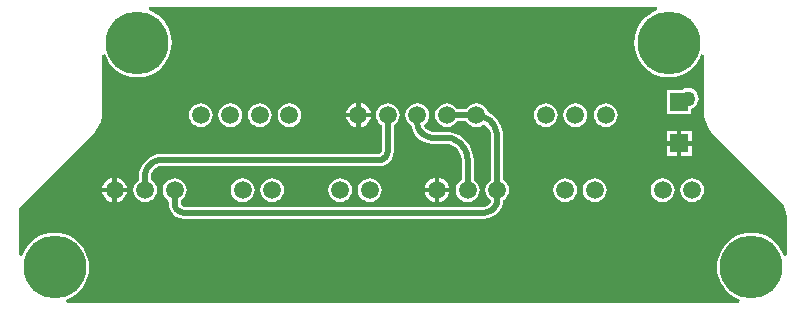
<source format=gbl>
G04 Layer_Physical_Order=2*
G04 Layer_Color=16711680*
%FSLAX25Y25*%
%MOIN*%
G70*
G01*
G75*
%ADD10C,0.01969*%
%ADD11R,0.05906X0.05906*%
%ADD12C,0.05906*%
%ADD13C,0.20945*%
%ADD14C,0.05000*%
G36*
X212695Y97441D02*
X211311Y96868D01*
X209771Y95924D01*
X208398Y94752D01*
X207225Y93378D01*
X206282Y91839D01*
X205591Y90170D01*
X205169Y88414D01*
X205028Y86614D01*
X205169Y84814D01*
X205591Y83058D01*
X206282Y81390D01*
X207225Y79850D01*
X208398Y78477D01*
X209771Y77304D01*
X211311Y76360D01*
X212979Y75669D01*
X214735Y75248D01*
X216535Y75106D01*
X218336Y75248D01*
X220092Y75669D01*
X221760Y76360D01*
X223300Y77304D01*
X224673Y78477D01*
X225846Y79850D01*
X226789Y81390D01*
X227362Y82773D01*
X228346Y82578D01*
Y78740D01*
Y63197D01*
X228395Y62217D01*
X228777Y60294D01*
X229527Y58483D01*
X230616Y56853D01*
X231275Y56126D01*
X231275Y56126D01*
X240158Y47244D01*
X252977Y34425D01*
X253673Y33729D01*
X254767Y32091D01*
X255521Y30271D01*
X255906Y28339D01*
X255906Y27354D01*
X255906D01*
Y19685D01*
Y15848D01*
X254921Y15652D01*
X254348Y17036D01*
X253405Y18575D01*
X252232Y19948D01*
X250859Y21121D01*
X249319Y22065D01*
X247651Y22756D01*
X245895Y23177D01*
X244094Y23319D01*
X242294Y23177D01*
X240538Y22756D01*
X238870Y22065D01*
X237330Y21121D01*
X235957Y19948D01*
X234784Y18575D01*
X233841Y17036D01*
X233150Y15367D01*
X232728Y13611D01*
X232587Y11811D01*
X232728Y10011D01*
X233150Y8255D01*
X233841Y6587D01*
X234784Y5047D01*
X235957Y3674D01*
X237330Y2501D01*
X238870Y1557D01*
X240254Y984D01*
X240058Y0D01*
X15848D01*
X15652Y984D01*
X17036Y1557D01*
X18575Y2501D01*
X19948Y3674D01*
X21121Y5047D01*
X22065Y6587D01*
X22756Y8255D01*
X23177Y10011D01*
X23319Y11811D01*
X23177Y13611D01*
X22756Y15367D01*
X22065Y17036D01*
X21121Y18575D01*
X19948Y19948D01*
X18575Y21121D01*
X17036Y22065D01*
X15367Y22756D01*
X13611Y23177D01*
X11811Y23319D01*
X10011Y23177D01*
X8255Y22756D01*
X6587Y22065D01*
X5047Y21121D01*
X3674Y19948D01*
X2501Y18575D01*
X1557Y17036D01*
X984Y15652D01*
X0Y15848D01*
Y31496D01*
X15748Y47244D01*
X24630Y56126D01*
X25289Y56853D01*
X26378Y58483D01*
X27128Y60294D01*
X27511Y62217D01*
X27559Y63197D01*
X27559D01*
Y74803D01*
Y82578D01*
X28543Y82773D01*
X29116Y81390D01*
X30060Y79850D01*
X31233Y78477D01*
X32606Y77304D01*
X34146Y76360D01*
X35814Y75669D01*
X37570Y75248D01*
X39370Y75106D01*
X41170Y75248D01*
X42926Y75669D01*
X44595Y76360D01*
X46134Y77304D01*
X47507Y78477D01*
X48680Y79850D01*
X49624Y81390D01*
X50315Y83058D01*
X50736Y84814D01*
X50878Y86614D01*
X50736Y88414D01*
X50315Y90170D01*
X49624Y91839D01*
X48680Y93378D01*
X47507Y94752D01*
X46134Y95924D01*
X44595Y96868D01*
X43211Y97441D01*
X43407Y98425D01*
X212499D01*
X212695Y97441D01*
D02*
G37*
%LPC*%
G36*
X152433Y66487D02*
X151401Y66351D01*
X150440Y65953D01*
X149614Y65319D01*
X149003Y64523D01*
X146020D01*
X145410Y65319D01*
X144584Y65953D01*
X143622Y66351D01*
X142591Y66487D01*
X141559Y66351D01*
X140597Y65953D01*
X139771Y65319D01*
X139138Y64493D01*
X138740Y63532D01*
X138604Y62500D01*
X138740Y61468D01*
X139138Y60507D01*
X139771Y59681D01*
X140597Y59047D01*
X141559Y58649D01*
X142591Y58513D01*
X143622Y58649D01*
X144584Y59047D01*
X145410Y59681D01*
X146020Y60477D01*
X149003D01*
X149614Y59681D01*
X150440Y59047D01*
X151401Y58649D01*
X152433Y58513D01*
X153465Y58649D01*
X154427Y59047D01*
X155031Y59511D01*
X155756Y58956D01*
X156600Y57856D01*
X157130Y56575D01*
X157298Y55304D01*
X157277Y55200D01*
Y40930D01*
X156481Y40319D01*
X155847Y39493D01*
X155449Y38532D01*
X155313Y37500D01*
X155449Y36468D01*
X155847Y35507D01*
X156481Y34681D01*
X157266Y34078D01*
X157134Y33416D01*
X156633Y32667D01*
X155884Y32166D01*
X155084Y32006D01*
X155000Y32023D01*
X55000D01*
X54971Y32017D01*
X54545Y32102D01*
X54159Y32359D01*
X53902Y32745D01*
X53817Y33171D01*
X53823Y33200D01*
Y34070D01*
X54619Y34681D01*
X55253Y35507D01*
X55651Y36468D01*
X55787Y37500D01*
X55651Y38532D01*
X55253Y39493D01*
X54619Y40319D01*
X53793Y40953D01*
X52832Y41351D01*
X51800Y41487D01*
X50768Y41351D01*
X49807Y40953D01*
X48981Y40319D01*
X48347Y39493D01*
X47949Y38532D01*
X47813Y37500D01*
X47949Y36468D01*
X48347Y35507D01*
X48981Y34681D01*
X49678Y34146D01*
X49771Y33200D01*
X49771D01*
X49949Y31847D01*
X50472Y30586D01*
X51302Y29503D01*
X52385Y28672D01*
X53647Y28149D01*
X55000Y27971D01*
Y27977D01*
X155000D01*
X155084Y27994D01*
X156232Y28107D01*
X157416Y28466D01*
X158508Y29050D01*
X159465Y29835D01*
X160250Y30792D01*
X160834Y31883D01*
X161193Y33068D01*
X161290Y34046D01*
X161293Y34047D01*
X162119Y34681D01*
X162753Y35507D01*
X163151Y36468D01*
X163287Y37500D01*
X163151Y38532D01*
X162753Y39493D01*
X162119Y40319D01*
X161323Y40930D01*
Y55200D01*
X161329D01*
X161150Y57020D01*
X160619Y58770D01*
X159757Y60383D01*
X158597Y61797D01*
X157183Y62957D01*
X156298Y63430D01*
X156284Y63532D01*
X155886Y64493D01*
X155252Y65319D01*
X154427Y65953D01*
X153465Y66351D01*
X152433Y66487D01*
D02*
G37*
G36*
X113813Y66590D02*
Y63250D01*
X117153D01*
X117109Y63584D01*
X116690Y64594D01*
X116025Y65462D01*
X115157Y66127D01*
X114147Y66546D01*
X113813Y66590D01*
D02*
G37*
G36*
X112313D02*
X111979Y66546D01*
X110969Y66127D01*
X110101Y65462D01*
X109436Y64594D01*
X109017Y63584D01*
X108973Y63250D01*
X112313D01*
Y66590D01*
D02*
G37*
G36*
X223000Y71530D02*
X222086Y71410D01*
X221235Y71057D01*
X220955Y70842D01*
X216047D01*
Y62937D01*
X223953D01*
Y64606D01*
X224765Y64943D01*
X225496Y65504D01*
X226057Y66235D01*
X226410Y67086D01*
X226530Y68000D01*
X226410Y68914D01*
X226057Y69765D01*
X225496Y70496D01*
X224765Y71057D01*
X223914Y71410D01*
X223000Y71530D01*
D02*
G37*
G36*
X195563Y66487D02*
X194531Y66351D01*
X193570Y65953D01*
X192744Y65319D01*
X192110Y64493D01*
X191712Y63532D01*
X191576Y62500D01*
X191712Y61468D01*
X192110Y60507D01*
X192744Y59681D01*
X193570Y59047D01*
X194531Y58649D01*
X195563Y58513D01*
X196595Y58649D01*
X197556Y59047D01*
X198382Y59681D01*
X199016Y60507D01*
X199414Y61468D01*
X199550Y62500D01*
X199414Y63532D01*
X199016Y64493D01*
X198382Y65319D01*
X197556Y65953D01*
X196595Y66351D01*
X195563Y66487D01*
D02*
G37*
G36*
X185406D02*
X184374Y66351D01*
X183412Y65953D01*
X182586Y65319D01*
X181953Y64493D01*
X181554Y63532D01*
X181419Y62500D01*
X181554Y61468D01*
X181953Y60507D01*
X182586Y59681D01*
X183412Y59047D01*
X184374Y58649D01*
X185406Y58513D01*
X186437Y58649D01*
X187399Y59047D01*
X188225Y59681D01*
X188858Y60507D01*
X189257Y61468D01*
X189392Y62500D01*
X189257Y63532D01*
X188858Y64493D01*
X188225Y65319D01*
X187399Y65953D01*
X186437Y66351D01*
X185406Y66487D01*
D02*
G37*
G36*
X175563D02*
X174531Y66351D01*
X173570Y65953D01*
X172744Y65319D01*
X172110Y64493D01*
X171712Y63532D01*
X171576Y62500D01*
X171712Y61468D01*
X172110Y60507D01*
X172744Y59681D01*
X173570Y59047D01*
X174531Y58649D01*
X175563Y58513D01*
X176595Y58649D01*
X177556Y59047D01*
X178382Y59681D01*
X179016Y60507D01*
X179414Y61468D01*
X179550Y62500D01*
X179414Y63532D01*
X179016Y64493D01*
X178382Y65319D01*
X177556Y65953D01*
X176595Y66351D01*
X175563Y66487D01*
D02*
G37*
G36*
X90091D02*
X89059Y66351D01*
X88097Y65953D01*
X87271Y65319D01*
X86638Y64493D01*
X86239Y63532D01*
X86104Y62500D01*
X86239Y61468D01*
X86638Y60507D01*
X87271Y59681D01*
X88097Y59047D01*
X89059Y58649D01*
X90091Y58513D01*
X91122Y58649D01*
X92084Y59047D01*
X92910Y59681D01*
X93543Y60507D01*
X93942Y61468D01*
X94077Y62500D01*
X93942Y63532D01*
X93543Y64493D01*
X92910Y65319D01*
X92084Y65953D01*
X91122Y66351D01*
X90091Y66487D01*
D02*
G37*
G36*
X80248D02*
X79216Y66351D01*
X78255Y65953D01*
X77429Y65319D01*
X76795Y64493D01*
X76397Y63532D01*
X76261Y62500D01*
X76397Y61468D01*
X76795Y60507D01*
X77429Y59681D01*
X78255Y59047D01*
X79216Y58649D01*
X80248Y58513D01*
X81280Y58649D01*
X82241Y59047D01*
X83067Y59681D01*
X83701Y60507D01*
X84099Y61468D01*
X84235Y62500D01*
X84099Y63532D01*
X83701Y64493D01*
X83067Y65319D01*
X82241Y65953D01*
X81280Y66351D01*
X80248Y66487D01*
D02*
G37*
G36*
X70406D02*
X69374Y66351D01*
X68412Y65953D01*
X67586Y65319D01*
X66953Y64493D01*
X66554Y63532D01*
X66419Y62500D01*
X66554Y61468D01*
X66953Y60507D01*
X67586Y59681D01*
X68412Y59047D01*
X69374Y58649D01*
X70406Y58513D01*
X71437Y58649D01*
X72399Y59047D01*
X73225Y59681D01*
X73858Y60507D01*
X74256Y61468D01*
X74392Y62500D01*
X74256Y63532D01*
X73858Y64493D01*
X73225Y65319D01*
X72399Y65953D01*
X71437Y66351D01*
X70406Y66487D01*
D02*
G37*
G36*
X60563D02*
X59531Y66351D01*
X58570Y65953D01*
X57744Y65319D01*
X57110Y64493D01*
X56712Y63532D01*
X56576Y62500D01*
X56712Y61468D01*
X57110Y60507D01*
X57744Y59681D01*
X58570Y59047D01*
X59531Y58649D01*
X60563Y58513D01*
X61595Y58649D01*
X62556Y59047D01*
X63382Y59681D01*
X64016Y60507D01*
X64414Y61468D01*
X64550Y62500D01*
X64414Y63532D01*
X64016Y64493D01*
X63382Y65319D01*
X62556Y65953D01*
X61595Y66351D01*
X60563Y66487D01*
D02*
G37*
G36*
X117153Y61750D02*
X113813D01*
Y58410D01*
X114147Y58454D01*
X115157Y58873D01*
X116025Y59538D01*
X116690Y60406D01*
X117109Y61416D01*
X117153Y61750D01*
D02*
G37*
G36*
X112313D02*
X108973D01*
X109017Y61416D01*
X109436Y60406D01*
X110101Y59538D01*
X110969Y58873D01*
X111979Y58454D01*
X112313Y58410D01*
Y61750D01*
D02*
G37*
G36*
X224153Y57263D02*
X220750D01*
Y53860D01*
X224153D01*
Y57263D01*
D02*
G37*
G36*
X219250D02*
X215847D01*
Y53860D01*
X219250D01*
Y57263D01*
D02*
G37*
G36*
X122906Y66487D02*
X121874Y66351D01*
X120912Y65953D01*
X120086Y65319D01*
X119453Y64493D01*
X119054Y63532D01*
X118919Y62500D01*
X119054Y61468D01*
X119453Y60507D01*
X120086Y59681D01*
X120882Y59070D01*
Y50406D01*
X120883Y50404D01*
X120529Y49877D01*
X120001Y49523D01*
X120000Y49523D01*
X47500D01*
X47476Y49518D01*
X46025Y49375D01*
X44606Y48945D01*
X43298Y48246D01*
X42152Y47306D01*
X41211Y46159D01*
X40512Y44852D01*
X40082Y43433D01*
X39939Y41982D01*
X39934Y41958D01*
Y40930D01*
X39138Y40319D01*
X38505Y39493D01*
X38107Y38532D01*
X37971Y37500D01*
X38107Y36468D01*
X38505Y35507D01*
X39138Y34681D01*
X39964Y34047D01*
X40926Y33649D01*
X41958Y33513D01*
X42989Y33649D01*
X43951Y34047D01*
X44777Y34681D01*
X45410Y35507D01*
X45809Y36468D01*
X45944Y37500D01*
X45809Y38532D01*
X45410Y39493D01*
X44777Y40319D01*
X43981Y40930D01*
Y41958D01*
X43969Y42015D01*
X44082Y42873D01*
X44436Y43727D01*
X44998Y44460D01*
X45731Y45022D01*
X46584Y45375D01*
X47442Y45488D01*
X47500Y45477D01*
X120000D01*
Y45474D01*
X121276Y45642D01*
X122466Y46134D01*
X123487Y46918D01*
X124271Y47940D01*
X124764Y49129D01*
X124932Y50406D01*
X124929D01*
Y59070D01*
X125725Y59681D01*
X126358Y60507D01*
X126757Y61468D01*
X126892Y62500D01*
X126757Y63532D01*
X126358Y64493D01*
X125725Y65319D01*
X124899Y65953D01*
X123937Y66351D01*
X122906Y66487D01*
D02*
G37*
G36*
X224153Y52360D02*
X220750D01*
Y48957D01*
X224153D01*
Y52360D01*
D02*
G37*
G36*
X219250D02*
X215847D01*
Y48957D01*
X219250D01*
Y52360D01*
D02*
G37*
G36*
X140050Y41590D02*
Y38250D01*
X143390D01*
X143346Y38584D01*
X142927Y39594D01*
X142262Y40462D01*
X141394Y41127D01*
X140384Y41546D01*
X140050Y41590D01*
D02*
G37*
G36*
X32550D02*
Y38250D01*
X35890D01*
X35846Y38584D01*
X35427Y39594D01*
X34762Y40462D01*
X33894Y41127D01*
X32884Y41546D01*
X32550Y41590D01*
D02*
G37*
G36*
X138550D02*
X138216Y41546D01*
X137206Y41127D01*
X136338Y40462D01*
X135673Y39594D01*
X135254Y38584D01*
X135210Y38250D01*
X138550D01*
Y41590D01*
D02*
G37*
G36*
X31050D02*
X30716Y41546D01*
X29706Y41127D01*
X28838Y40462D01*
X28173Y39594D01*
X27754Y38584D01*
X27710Y38250D01*
X31050D01*
Y41590D01*
D02*
G37*
G36*
X224300Y41487D02*
X223268Y41351D01*
X222307Y40953D01*
X221481Y40319D01*
X220847Y39493D01*
X220449Y38532D01*
X220313Y37500D01*
X220449Y36468D01*
X220847Y35507D01*
X221481Y34681D01*
X222307Y34047D01*
X223268Y33649D01*
X224300Y33513D01*
X225332Y33649D01*
X226293Y34047D01*
X227119Y34681D01*
X227753Y35507D01*
X228151Y36468D01*
X228287Y37500D01*
X228151Y38532D01*
X227753Y39493D01*
X227119Y40319D01*
X226293Y40953D01*
X225332Y41351D01*
X224300Y41487D01*
D02*
G37*
G36*
X214458D02*
X213426Y41351D01*
X212464Y40953D01*
X211638Y40319D01*
X211005Y39493D01*
X210607Y38532D01*
X210471Y37500D01*
X210607Y36468D01*
X211005Y35507D01*
X211638Y34681D01*
X212464Y34047D01*
X213426Y33649D01*
X214458Y33513D01*
X215489Y33649D01*
X216451Y34047D01*
X217277Y34681D01*
X217910Y35507D01*
X218308Y36468D01*
X218444Y37500D01*
X218308Y38532D01*
X217910Y39493D01*
X217277Y40319D01*
X216451Y40953D01*
X215489Y41351D01*
X214458Y41487D01*
D02*
G37*
G36*
X191800D02*
X190768Y41351D01*
X189807Y40953D01*
X188981Y40319D01*
X188347Y39493D01*
X187949Y38532D01*
X187813Y37500D01*
X187949Y36468D01*
X188347Y35507D01*
X188981Y34681D01*
X189807Y34047D01*
X190768Y33649D01*
X191800Y33513D01*
X192832Y33649D01*
X193793Y34047D01*
X194619Y34681D01*
X195253Y35507D01*
X195651Y36468D01*
X195787Y37500D01*
X195651Y38532D01*
X195253Y39493D01*
X194619Y40319D01*
X193793Y40953D01*
X192832Y41351D01*
X191800Y41487D01*
D02*
G37*
G36*
X181957D02*
X180926Y41351D01*
X179964Y40953D01*
X179138Y40319D01*
X178505Y39493D01*
X178106Y38532D01*
X177971Y37500D01*
X178106Y36468D01*
X178505Y35507D01*
X179138Y34681D01*
X179964Y34047D01*
X180926Y33649D01*
X181957Y33513D01*
X182989Y33649D01*
X183951Y34047D01*
X184777Y34681D01*
X185410Y35507D01*
X185809Y36468D01*
X185944Y37500D01*
X185809Y38532D01*
X185410Y39493D01*
X184777Y40319D01*
X183951Y40953D01*
X182989Y41351D01*
X181957Y41487D01*
D02*
G37*
G36*
X132748Y66487D02*
X131716Y66351D01*
X130755Y65953D01*
X129929Y65319D01*
X129295Y64493D01*
X128897Y63532D01*
X128761Y62500D01*
X128897Y61468D01*
X129295Y60507D01*
X129929Y59681D01*
X130755Y59047D01*
X130803Y59027D01*
X130861Y58431D01*
X131246Y57162D01*
X131872Y55991D01*
X132714Y54966D01*
X133739Y54124D01*
X134910Y53498D01*
X136179Y53113D01*
X137437Y52989D01*
X137500Y52977D01*
X141872D01*
X141983Y52999D01*
X143321Y52823D01*
X144671Y52263D01*
X145831Y51374D01*
X146721Y50214D01*
X147280Y48863D01*
X147457Y47525D01*
X147434Y47414D01*
Y40930D01*
X146638Y40319D01*
X146005Y39493D01*
X145607Y38532D01*
X145471Y37500D01*
X145607Y36468D01*
X146005Y35507D01*
X146638Y34681D01*
X147464Y34047D01*
X148426Y33649D01*
X149458Y33513D01*
X150489Y33649D01*
X151451Y34047D01*
X152277Y34681D01*
X152910Y35507D01*
X153308Y36468D01*
X153444Y37500D01*
X153308Y38532D01*
X152910Y39493D01*
X152277Y40319D01*
X151481Y40930D01*
Y47414D01*
X151488D01*
X151303Y49290D01*
X150756Y51094D01*
X149867Y52757D01*
X148671Y54214D01*
X147214Y55410D01*
X145552Y56299D01*
X143748Y56846D01*
X141872Y57031D01*
Y57023D01*
X137500D01*
X137463Y57016D01*
X136791Y57104D01*
X136129Y57378D01*
X135562Y57814D01*
X135204Y58280D01*
X135087Y59312D01*
X135567Y59681D01*
X136201Y60507D01*
X136599Y61468D01*
X136735Y62500D01*
X136599Y63532D01*
X136201Y64493D01*
X135567Y65319D01*
X134741Y65953D01*
X133780Y66351D01*
X132748Y66487D01*
D02*
G37*
G36*
X116800Y41487D02*
X115768Y41351D01*
X114807Y40953D01*
X113981Y40319D01*
X113347Y39493D01*
X112949Y38532D01*
X112813Y37500D01*
X112949Y36468D01*
X113347Y35507D01*
X113981Y34681D01*
X114807Y34047D01*
X115768Y33649D01*
X116800Y33513D01*
X117832Y33649D01*
X118793Y34047D01*
X119619Y34681D01*
X120253Y35507D01*
X120651Y36468D01*
X120787Y37500D01*
X120651Y38532D01*
X120253Y39493D01*
X119619Y40319D01*
X118793Y40953D01*
X117832Y41351D01*
X116800Y41487D01*
D02*
G37*
G36*
X106957D02*
X105926Y41351D01*
X104964Y40953D01*
X104138Y40319D01*
X103505Y39493D01*
X103106Y38532D01*
X102971Y37500D01*
X103106Y36468D01*
X103505Y35507D01*
X104138Y34681D01*
X104964Y34047D01*
X105926Y33649D01*
X106957Y33513D01*
X107989Y33649D01*
X108951Y34047D01*
X109777Y34681D01*
X110410Y35507D01*
X110809Y36468D01*
X110944Y37500D01*
X110809Y38532D01*
X110410Y39493D01*
X109777Y40319D01*
X108951Y40953D01*
X107989Y41351D01*
X106957Y41487D01*
D02*
G37*
G36*
X84300D02*
X83268Y41351D01*
X82307Y40953D01*
X81481Y40319D01*
X80847Y39493D01*
X80449Y38532D01*
X80313Y37500D01*
X80449Y36468D01*
X80847Y35507D01*
X81481Y34681D01*
X82307Y34047D01*
X83268Y33649D01*
X84300Y33513D01*
X85332Y33649D01*
X86293Y34047D01*
X87119Y34681D01*
X87753Y35507D01*
X88151Y36468D01*
X88287Y37500D01*
X88151Y38532D01*
X87753Y39493D01*
X87119Y40319D01*
X86293Y40953D01*
X85332Y41351D01*
X84300Y41487D01*
D02*
G37*
G36*
X74458D02*
X73426Y41351D01*
X72464Y40953D01*
X71638Y40319D01*
X71005Y39493D01*
X70606Y38532D01*
X70471Y37500D01*
X70606Y36468D01*
X71005Y35507D01*
X71638Y34681D01*
X72464Y34047D01*
X73426Y33649D01*
X74458Y33513D01*
X75489Y33649D01*
X76451Y34047D01*
X77277Y34681D01*
X77910Y35507D01*
X78308Y36468D01*
X78444Y37500D01*
X78308Y38532D01*
X77910Y39493D01*
X77277Y40319D01*
X76451Y40953D01*
X75489Y41351D01*
X74458Y41487D01*
D02*
G37*
G36*
X143390Y36750D02*
X140050D01*
Y33410D01*
X140384Y33454D01*
X141394Y33873D01*
X142262Y34538D01*
X142927Y35406D01*
X143346Y36416D01*
X143390Y36750D01*
D02*
G37*
G36*
X35890D02*
X32550D01*
Y33410D01*
X32884Y33454D01*
X33894Y33873D01*
X34762Y34538D01*
X35427Y35406D01*
X35846Y36416D01*
X35890Y36750D01*
D02*
G37*
G36*
X31050D02*
X27710D01*
X27754Y36416D01*
X28173Y35406D01*
X28838Y34538D01*
X29706Y33873D01*
X30716Y33454D01*
X31050Y33410D01*
Y36750D01*
D02*
G37*
G36*
X138550D02*
X135210D01*
X135254Y36416D01*
X135673Y35406D01*
X136338Y34538D01*
X137206Y33873D01*
X138216Y33454D01*
X138550Y33410D01*
Y36750D01*
D02*
G37*
%LPD*%
D10*
X47500Y47500D02*
X46538Y47416D01*
X45604Y47166D01*
X44729Y46757D01*
X43937Y46203D01*
X43254Y45520D01*
X42700Y44729D01*
X42292Y43853D01*
X42042Y42920D01*
X41958Y41958D01*
X120000Y47500D02*
X120898Y47642D01*
X121708Y48055D01*
X122351Y48698D01*
X122763Y49508D01*
X122906Y50406D01*
X149458Y47414D02*
X149393Y48404D01*
X149199Y49377D01*
X148880Y50317D01*
X148441Y51207D01*
X147890Y52032D01*
X147236Y52778D01*
X146490Y53432D01*
X145665Y53984D01*
X144774Y54423D01*
X143835Y54742D01*
X142862Y54935D01*
X141872Y55000D01*
X132748Y59752D02*
X132867Y58695D01*
X133219Y57690D01*
X133785Y56789D01*
X134537Y56037D01*
X135438Y55471D01*
X136443Y55119D01*
X137500Y55000D01*
X155000Y30000D02*
X155957Y30108D01*
X156866Y30426D01*
X157681Y30938D01*
X158362Y31619D01*
X158874Y32434D01*
X159192Y33343D01*
X159300Y34300D01*
Y55200D02*
X159226Y56239D01*
X159004Y57257D01*
X158640Y58232D01*
X158141Y59147D01*
X157517Y59980D01*
X156781Y60717D01*
X155947Y61341D01*
X155033Y61840D01*
X154057Y62204D01*
X153039Y62426D01*
X152000Y62500D01*
X51800Y33200D02*
X51957Y32211D01*
X52411Y31319D01*
X53119Y30611D01*
X54011Y30157D01*
X55000Y30000D01*
X47500Y47500D02*
X120000D01*
X122906Y50406D02*
Y62500D01*
X41958Y37500D02*
Y41958D01*
X149458Y37500D02*
Y47414D01*
X132748Y59752D02*
Y62500D01*
X137500Y55000D02*
X141872D01*
X55000Y30000D02*
X155000D01*
X142591Y62500D02*
X152000D01*
X159300Y37500D02*
Y55200D01*
Y34300D02*
Y37500D01*
X51800Y33200D02*
Y37500D01*
D11*
X220000Y53110D02*
D03*
Y66890D02*
D03*
D12*
X195563Y62500D02*
D03*
X175563D02*
D03*
X185406D02*
D03*
X106957Y37500D02*
D03*
X116800D02*
D03*
X74458D02*
D03*
X84300D02*
D03*
X31800D02*
D03*
X51800D02*
D03*
X41958D02*
D03*
X152433Y62500D02*
D03*
X142591D02*
D03*
X132748D02*
D03*
X113063D02*
D03*
X122906D02*
D03*
X214458Y37500D02*
D03*
X224300D02*
D03*
X181957D02*
D03*
X191800D02*
D03*
X139300D02*
D03*
X159300D02*
D03*
X149458D02*
D03*
X90091Y62500D02*
D03*
X80248D02*
D03*
X60563D02*
D03*
X70406D02*
D03*
D13*
X216535Y86614D02*
D03*
X244094Y11811D02*
D03*
X39370Y86614D02*
D03*
X11811Y11811D02*
D03*
D14*
X223000Y68000D02*
D03*
M02*

</source>
